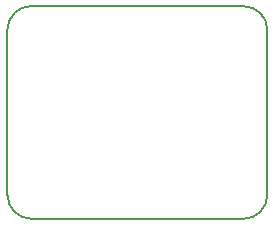
<source format=gm1>
G04 #@! TF.GenerationSoftware,KiCad,Pcbnew,(5.1.9-0-10_14)*
G04 #@! TF.CreationDate,2023-06-12T04:28:03-04:00*
G04 #@! TF.ProjectId,LiBCM-Daughterboard,4c694243-4d2d-4446-9175-676874657262,A*
G04 #@! TF.SameCoordinates,Original*
G04 #@! TF.FileFunction,Profile,NP*
%FSLAX46Y46*%
G04 Gerber Fmt 4.6, Leading zero omitted, Abs format (unit mm)*
G04 Created by KiCad (PCBNEW (5.1.9-0-10_14)) date 2023-06-12 04:28:03*
%MOMM*%
%LPD*%
G01*
G04 APERTURE LIST*
G04 #@! TA.AperFunction,Profile*
%ADD10C,0.150000*%
G04 #@! TD*
G04 APERTURE END LIST*
D10*
X33750000Y-160750000D02*
G75*
G02*
X35750000Y-158750000I2000000J0D01*
G01*
X35750000Y-176750000D02*
G75*
G02*
X33750000Y-174750000I0J2000000D01*
G01*
X55750000Y-174750000D02*
G75*
G02*
X53750000Y-176750000I-2000000J0D01*
G01*
X53750000Y-158750000D02*
G75*
G02*
X55750000Y-160750000I0J-2000000D01*
G01*
X33750000Y-174750000D02*
X33750000Y-160750000D01*
X53750000Y-176750000D02*
X35750000Y-176750000D01*
X55750000Y-160750000D02*
X55750000Y-174750000D01*
X35750000Y-158750000D02*
X53750000Y-158750000D01*
M02*

</source>
